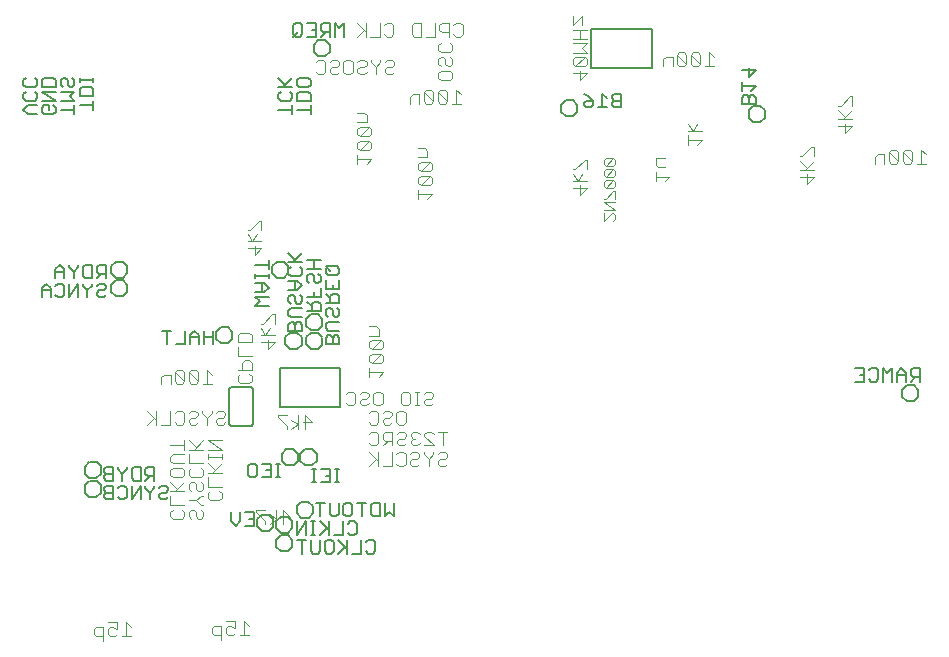
<source format=gbo>
G75*
%MOIN*%
%OFA0B0*%
%FSLAX24Y24*%
%IPPOS*%
%LPD*%
%AMOC8*
5,1,8,0,0,1.08239X$1,22.5*
%
%ADD10C,0.0040*%
%ADD11C,0.0050*%
%ADD12C,0.0060*%
%ADD13C,0.0030*%
D10*
X006915Y001859D02*
X006992Y001783D01*
X007222Y001783D01*
X007222Y001629D02*
X007222Y002089D01*
X006992Y002089D01*
X006915Y002013D01*
X006915Y001859D01*
X007375Y001859D02*
X007375Y002013D01*
X007452Y002089D01*
X007529Y002089D01*
X007682Y002013D01*
X007682Y002243D01*
X007375Y002243D01*
X007375Y001859D02*
X007452Y001783D01*
X007605Y001783D01*
X007682Y001859D01*
X007836Y001783D02*
X008143Y001783D01*
X007989Y001783D02*
X007989Y002243D01*
X008143Y002089D01*
X010846Y002050D02*
X010846Y001897D01*
X010923Y001820D01*
X011153Y001820D01*
X011153Y001667D02*
X011153Y002127D01*
X010923Y002127D01*
X010846Y002050D01*
X011306Y002050D02*
X011383Y002127D01*
X011460Y002127D01*
X011613Y002050D01*
X011613Y002280D01*
X011306Y002280D01*
X011306Y002050D02*
X011306Y001897D01*
X011383Y001820D01*
X011537Y001820D01*
X011613Y001897D01*
X011767Y001820D02*
X012074Y001820D01*
X011920Y001820D02*
X011920Y002280D01*
X012074Y002127D01*
X012611Y005533D02*
X012611Y005609D01*
X012304Y005916D01*
X012304Y005993D01*
X012611Y005993D01*
X012764Y005839D02*
X012995Y005686D01*
X012764Y005533D01*
X012995Y005533D02*
X012995Y005993D01*
X013225Y005993D02*
X013455Y005763D01*
X013148Y005763D01*
X013225Y005533D02*
X013225Y005993D01*
X011168Y006386D02*
X011091Y006309D01*
X010784Y006309D01*
X010708Y006386D01*
X010708Y006539D01*
X010784Y006616D01*
X010708Y006769D02*
X010708Y007076D01*
X010708Y007230D02*
X011168Y007230D01*
X010938Y007307D02*
X010708Y007537D01*
X010708Y007690D02*
X010708Y007844D01*
X010708Y007767D02*
X011168Y007767D01*
X011168Y007690D02*
X011168Y007844D01*
X011168Y007997D02*
X010708Y008304D01*
X011168Y008304D01*
X011168Y007997D02*
X010708Y007997D01*
X010543Y007997D02*
X010083Y007997D01*
X010236Y007997D02*
X010543Y008304D01*
X010313Y008074D02*
X010083Y008304D01*
X009918Y008304D02*
X009918Y007997D01*
X009918Y007844D02*
X009534Y007844D01*
X009458Y007767D01*
X009458Y007613D01*
X009534Y007537D01*
X009918Y007537D01*
X010083Y007537D02*
X010083Y007844D01*
X010083Y007537D02*
X010543Y007537D01*
X010466Y007383D02*
X010543Y007307D01*
X010543Y007153D01*
X010466Y007076D01*
X010159Y007076D01*
X010083Y007153D01*
X010083Y007307D01*
X010159Y007383D01*
X009918Y007307D02*
X009918Y007153D01*
X009841Y007076D01*
X009534Y007076D01*
X009458Y007153D01*
X009458Y007307D01*
X009534Y007383D01*
X009841Y007383D01*
X009918Y007307D01*
X009918Y006923D02*
X009611Y006616D01*
X009688Y006693D02*
X009458Y006923D01*
X009458Y006616D02*
X009918Y006616D01*
X010083Y006693D02*
X010083Y006846D01*
X010159Y006923D01*
X010236Y006923D01*
X010313Y006846D01*
X010313Y006693D01*
X010389Y006616D01*
X010466Y006616D01*
X010543Y006693D01*
X010543Y006846D01*
X010466Y006923D01*
X010708Y006769D02*
X011168Y006769D01*
X011091Y006616D02*
X011168Y006539D01*
X011168Y006386D01*
X010543Y006462D02*
X010466Y006462D01*
X010313Y006309D01*
X010083Y006309D01*
X009918Y006156D02*
X009458Y006156D01*
X009458Y006462D01*
X009534Y006002D02*
X009458Y005925D01*
X009458Y005772D01*
X009534Y005695D01*
X009841Y005695D01*
X009918Y005772D01*
X009918Y005925D01*
X009841Y006002D01*
X010083Y005925D02*
X010083Y005772D01*
X010159Y005695D01*
X010313Y005772D02*
X010313Y005925D01*
X010236Y006002D01*
X010159Y006002D01*
X010083Y005925D01*
X010313Y005772D02*
X010389Y005695D01*
X010466Y005695D01*
X010543Y005772D01*
X010543Y005925D01*
X010466Y006002D01*
X010466Y006156D02*
X010313Y006309D01*
X010466Y006156D02*
X010543Y006156D01*
X010159Y006616D02*
X010083Y006693D01*
X010861Y007230D02*
X011168Y007537D01*
X009918Y008151D02*
X009458Y008151D01*
X009451Y008833D02*
X009144Y008833D01*
X008991Y008833D02*
X008991Y009293D01*
X008914Y009063D02*
X008684Y008833D01*
X008991Y008986D02*
X008684Y009293D01*
X009451Y009293D02*
X009451Y008833D01*
X009604Y008909D02*
X009681Y008833D01*
X009835Y008833D01*
X009911Y008909D01*
X009911Y009216D01*
X009835Y009293D01*
X009681Y009293D01*
X009604Y009216D01*
X010065Y009216D02*
X010142Y009293D01*
X010295Y009293D01*
X010372Y009216D01*
X010372Y009139D01*
X010295Y009063D01*
X010142Y009063D01*
X010065Y008986D01*
X010065Y008909D01*
X010142Y008833D01*
X010295Y008833D01*
X010372Y008909D01*
X010679Y008833D02*
X010679Y009063D01*
X010525Y009216D01*
X010525Y009293D01*
X010679Y009063D02*
X010832Y009216D01*
X010832Y009293D01*
X010986Y009216D02*
X011062Y009293D01*
X011216Y009293D01*
X011293Y009216D01*
X011293Y009139D01*
X011216Y009063D01*
X011062Y009063D01*
X010986Y008986D01*
X010986Y008909D01*
X011062Y008833D01*
X011216Y008833D01*
X011293Y008909D01*
X013033Y009079D02*
X013340Y008772D01*
X013340Y008695D01*
X013494Y008695D02*
X013724Y008848D01*
X013494Y009002D01*
X013340Y009155D02*
X013033Y009155D01*
X013033Y009079D01*
X013724Y009155D02*
X013724Y008695D01*
X013954Y008695D02*
X013954Y009155D01*
X014184Y008925D01*
X013878Y008925D01*
X015302Y009550D02*
X015379Y009473D01*
X015533Y009473D01*
X015609Y009550D01*
X015609Y009857D01*
X015533Y009933D01*
X015379Y009933D01*
X015302Y009857D01*
X015763Y009857D02*
X015839Y009933D01*
X015993Y009933D01*
X016070Y009857D01*
X016070Y009780D01*
X015993Y009703D01*
X015839Y009703D01*
X015763Y009626D01*
X015763Y009550D01*
X015839Y009473D01*
X015993Y009473D01*
X016070Y009550D01*
X016223Y009550D02*
X016223Y009857D01*
X016300Y009933D01*
X016453Y009933D01*
X016530Y009857D01*
X016530Y009550D01*
X016453Y009473D01*
X016300Y009473D01*
X016223Y009550D01*
X016148Y009293D02*
X016301Y009293D01*
X016378Y009216D01*
X016378Y008909D01*
X016301Y008833D01*
X016148Y008833D01*
X016071Y008909D01*
X016160Y008599D02*
X016314Y008599D01*
X016390Y008522D01*
X016390Y008215D01*
X016314Y008138D01*
X016160Y008138D01*
X016083Y008215D01*
X016071Y007918D02*
X016378Y007611D01*
X016301Y007688D02*
X016071Y007458D01*
X016378Y007458D02*
X016378Y007918D01*
X016544Y008138D02*
X016697Y008292D01*
X016621Y008292D02*
X016851Y008292D01*
X017004Y008292D02*
X017004Y008215D01*
X017081Y008138D01*
X017234Y008138D01*
X017311Y008215D01*
X017465Y008215D02*
X017465Y008292D01*
X017541Y008368D01*
X017618Y008368D01*
X017541Y008368D02*
X017465Y008445D01*
X017465Y008522D01*
X017541Y008599D01*
X017695Y008599D01*
X017772Y008522D01*
X017925Y008522D02*
X017925Y008445D01*
X018232Y008138D01*
X017925Y008138D01*
X017772Y008215D02*
X017695Y008138D01*
X017541Y008138D01*
X017465Y008215D01*
X017311Y008445D02*
X017234Y008368D01*
X017081Y008368D01*
X017004Y008292D01*
X016851Y008138D02*
X016851Y008599D01*
X016621Y008599D01*
X016544Y008522D01*
X016544Y008368D01*
X016621Y008292D01*
X017004Y008522D02*
X017081Y008599D01*
X017234Y008599D01*
X017311Y008522D01*
X017311Y008445D01*
X017222Y008833D02*
X017068Y008833D01*
X016992Y008909D01*
X016992Y009216D01*
X017068Y009293D01*
X017222Y009293D01*
X017299Y009216D01*
X017299Y008909D01*
X017222Y008833D01*
X016838Y008909D02*
X016762Y008833D01*
X016608Y008833D01*
X016531Y008909D01*
X016531Y008986D01*
X016608Y009063D01*
X016762Y009063D01*
X016838Y009139D01*
X016838Y009216D01*
X016762Y009293D01*
X016608Y009293D01*
X016531Y009216D01*
X016148Y009293D02*
X016071Y009216D01*
X016160Y008599D02*
X016083Y008522D01*
X016838Y007918D02*
X016838Y007458D01*
X016531Y007458D01*
X016992Y007534D02*
X017068Y007458D01*
X017222Y007458D01*
X017299Y007534D01*
X017299Y007841D01*
X017222Y007918D01*
X017068Y007918D01*
X016992Y007841D01*
X017452Y007841D02*
X017529Y007918D01*
X017682Y007918D01*
X017759Y007841D01*
X017759Y007764D01*
X017682Y007688D01*
X017529Y007688D01*
X017452Y007611D01*
X017452Y007534D01*
X017529Y007458D01*
X017682Y007458D01*
X017759Y007534D01*
X018066Y007458D02*
X018066Y007688D01*
X017913Y007841D01*
X017913Y007918D01*
X018066Y007688D02*
X018219Y007841D01*
X018219Y007918D01*
X018373Y007841D02*
X018450Y007918D01*
X018603Y007918D01*
X018680Y007841D01*
X018680Y007764D01*
X018603Y007688D01*
X018450Y007688D01*
X018373Y007611D01*
X018373Y007534D01*
X018450Y007458D01*
X018603Y007458D01*
X018680Y007534D01*
X018539Y008138D02*
X018539Y008599D01*
X018692Y008599D02*
X018385Y008599D01*
X018232Y008522D02*
X018155Y008599D01*
X018002Y008599D01*
X017925Y008522D01*
X017988Y009473D02*
X018141Y009473D01*
X018218Y009550D01*
X018141Y009703D02*
X017988Y009703D01*
X017911Y009626D01*
X017911Y009550D01*
X017988Y009473D01*
X017758Y009473D02*
X017604Y009473D01*
X017681Y009473D02*
X017681Y009933D01*
X017758Y009933D02*
X017604Y009933D01*
X017451Y009857D02*
X017451Y009550D01*
X017374Y009473D01*
X017221Y009473D01*
X017144Y009550D01*
X017144Y009857D01*
X017221Y009933D01*
X017374Y009933D01*
X017451Y009857D01*
X017911Y009857D02*
X017988Y009933D01*
X018141Y009933D01*
X018218Y009857D01*
X018218Y009780D01*
X018141Y009703D01*
X016555Y010573D02*
X016095Y010573D01*
X016095Y010420D02*
X016095Y010727D01*
X016172Y010880D02*
X016479Y011187D01*
X016172Y011187D01*
X016095Y011111D01*
X016095Y010957D01*
X016172Y010880D01*
X016479Y010880D01*
X016555Y010957D01*
X016555Y011111D01*
X016479Y011187D01*
X016479Y011341D02*
X016172Y011341D01*
X016479Y011648D01*
X016172Y011648D01*
X016095Y011571D01*
X016095Y011418D01*
X016172Y011341D01*
X016479Y011341D02*
X016555Y011418D01*
X016555Y011571D01*
X016479Y011648D01*
X016402Y011801D02*
X016095Y011801D01*
X016402Y011801D02*
X016402Y012031D01*
X016325Y012108D01*
X016095Y012108D01*
X016555Y010573D02*
X016402Y010420D01*
X012930Y011588D02*
X012700Y011358D01*
X012700Y011664D01*
X012623Y011818D02*
X012777Y012048D01*
X012930Y012202D02*
X012930Y012508D01*
X012854Y012508D01*
X012547Y012202D01*
X012470Y012202D01*
X012470Y012048D02*
X012623Y011818D01*
X012470Y011818D02*
X012930Y011818D01*
X012930Y011588D02*
X012470Y011588D01*
X012168Y011589D02*
X012168Y011819D01*
X012091Y011896D01*
X011784Y011896D01*
X011708Y011819D01*
X011708Y011589D01*
X012168Y011589D01*
X011708Y011435D02*
X011708Y011128D01*
X012168Y011128D01*
X012091Y010975D02*
X011938Y010975D01*
X011861Y010898D01*
X011861Y010668D01*
X011708Y010668D02*
X012168Y010668D01*
X012168Y010898D01*
X012091Y010975D01*
X012091Y010514D02*
X012168Y010438D01*
X012168Y010284D01*
X012091Y010208D01*
X011784Y010208D01*
X011708Y010284D01*
X011708Y010438D01*
X011784Y010514D01*
X010847Y010502D02*
X010693Y010655D01*
X010693Y010195D01*
X010540Y010195D02*
X010847Y010195D01*
X010386Y010272D02*
X010079Y010579D01*
X010079Y010272D01*
X010156Y010195D01*
X010309Y010195D01*
X010386Y010272D01*
X010386Y010579D01*
X010309Y010655D01*
X010156Y010655D01*
X010079Y010579D01*
X009926Y010579D02*
X009849Y010655D01*
X009696Y010655D01*
X009619Y010579D01*
X009926Y010272D01*
X009849Y010195D01*
X009696Y010195D01*
X009619Y010272D01*
X009619Y010579D01*
X009465Y010502D02*
X009235Y010502D01*
X009158Y010425D01*
X009158Y010195D01*
X009465Y010195D02*
X009465Y010502D01*
X009926Y010579D02*
X009926Y010272D01*
X012263Y014483D02*
X012263Y014789D01*
X012186Y014943D02*
X012339Y015173D01*
X012493Y015327D02*
X012493Y015633D01*
X012416Y015633D01*
X012109Y015327D01*
X012033Y015327D01*
X012033Y015173D02*
X012186Y014943D01*
X012033Y014943D02*
X012493Y014943D01*
X012493Y014713D02*
X012033Y014713D01*
X012263Y014483D02*
X012493Y014713D01*
X015695Y017528D02*
X015695Y017835D01*
X015695Y017682D02*
X016155Y017682D01*
X016002Y017528D01*
X016079Y017989D02*
X015772Y017989D01*
X016079Y018296D01*
X015772Y018296D01*
X015695Y018219D01*
X015695Y018066D01*
X015772Y017989D01*
X016079Y017989D02*
X016155Y018066D01*
X016155Y018219D01*
X016079Y018296D01*
X016079Y018449D02*
X015772Y018449D01*
X016079Y018756D01*
X015772Y018756D01*
X015695Y018679D01*
X015695Y018526D01*
X015772Y018449D01*
X016079Y018449D02*
X016155Y018526D01*
X016155Y018679D01*
X016079Y018756D01*
X016002Y018910D02*
X015695Y018910D01*
X015695Y019217D02*
X015925Y019217D01*
X016002Y019140D01*
X016002Y018910D01*
X017454Y019533D02*
X017454Y019763D01*
X017531Y019839D01*
X017761Y019839D01*
X017761Y019533D01*
X017915Y019609D02*
X017915Y019916D01*
X018222Y019609D01*
X018145Y019533D01*
X017992Y019533D01*
X017915Y019609D01*
X018222Y019609D02*
X018222Y019916D01*
X018145Y019993D01*
X017992Y019993D01*
X017915Y019916D01*
X018375Y019916D02*
X018375Y019609D01*
X018452Y019533D01*
X018605Y019533D01*
X018682Y019609D01*
X018375Y019916D01*
X018452Y019993D01*
X018605Y019993D01*
X018682Y019916D01*
X018682Y019609D01*
X018836Y019533D02*
X019143Y019533D01*
X018989Y019533D02*
X018989Y019993D01*
X019143Y019839D01*
X018779Y020326D02*
X018472Y020326D01*
X018395Y020403D01*
X018395Y020557D01*
X018472Y020633D01*
X018779Y020633D01*
X018855Y020557D01*
X018855Y020403D01*
X018779Y020326D01*
X018779Y020787D02*
X018702Y020787D01*
X018625Y020863D01*
X018625Y021017D01*
X018548Y021094D01*
X018472Y021094D01*
X018395Y021017D01*
X018395Y020863D01*
X018472Y020787D01*
X018779Y020787D02*
X018855Y020863D01*
X018855Y021017D01*
X018779Y021094D01*
X018779Y021247D02*
X018472Y021247D01*
X018395Y021324D01*
X018395Y021477D01*
X018472Y021554D01*
X018276Y021770D02*
X017969Y021770D01*
X017815Y021770D02*
X017585Y021770D01*
X017508Y021847D01*
X017508Y022154D01*
X017585Y022230D01*
X017815Y022230D01*
X017815Y021770D01*
X018276Y021770D02*
X018276Y022230D01*
X018429Y022154D02*
X018429Y022000D01*
X018506Y021923D01*
X018736Y021923D01*
X018736Y021770D02*
X018736Y022230D01*
X018506Y022230D01*
X018429Y022154D01*
X018890Y022154D02*
X018966Y022230D01*
X019120Y022230D01*
X019197Y022154D01*
X019197Y021847D01*
X019120Y021770D01*
X018966Y021770D01*
X018890Y021847D01*
X018779Y021554D02*
X018855Y021477D01*
X018855Y021324D01*
X018779Y021247D01*
X016918Y020904D02*
X016918Y020827D01*
X016841Y020750D01*
X016687Y020750D01*
X016611Y020673D01*
X016611Y020597D01*
X016687Y020520D01*
X016841Y020520D01*
X016918Y020597D01*
X016918Y020904D02*
X016841Y020980D01*
X016687Y020980D01*
X016611Y020904D01*
X016457Y020904D02*
X016304Y020750D01*
X016304Y020520D01*
X016304Y020750D02*
X016150Y020904D01*
X016150Y020980D01*
X015997Y020904D02*
X015997Y020827D01*
X015920Y020750D01*
X015767Y020750D01*
X015690Y020673D01*
X015690Y020597D01*
X015767Y020520D01*
X015920Y020520D01*
X015997Y020597D01*
X015997Y020904D02*
X015920Y020980D01*
X015767Y020980D01*
X015690Y020904D01*
X015536Y020904D02*
X015536Y020597D01*
X015460Y020520D01*
X015306Y020520D01*
X015229Y020597D01*
X015229Y020904D01*
X015306Y020980D01*
X015460Y020980D01*
X015536Y020904D01*
X015076Y020904D02*
X014999Y020980D01*
X014846Y020980D01*
X014769Y020904D01*
X014616Y020904D02*
X014616Y020597D01*
X014539Y020520D01*
X014385Y020520D01*
X014309Y020597D01*
X014309Y020904D02*
X014385Y020980D01*
X014539Y020980D01*
X014616Y020904D01*
X014846Y020750D02*
X014769Y020673D01*
X014769Y020597D01*
X014846Y020520D01*
X014999Y020520D01*
X015076Y020597D01*
X014999Y020750D02*
X014846Y020750D01*
X014999Y020750D02*
X015076Y020827D01*
X015076Y020904D01*
X015667Y021770D02*
X015897Y022000D01*
X015974Y021923D02*
X015667Y022230D01*
X015974Y022230D02*
X015974Y021770D01*
X016127Y021770D02*
X016434Y021770D01*
X016434Y022230D01*
X016588Y022154D02*
X016664Y022230D01*
X016818Y022230D01*
X016895Y022154D01*
X016895Y021847D01*
X016818Y021770D01*
X016664Y021770D01*
X016588Y021847D01*
X016457Y020980D02*
X016457Y020904D01*
X017720Y018046D02*
X017950Y018046D01*
X018027Y017969D01*
X018027Y017739D01*
X017720Y017739D01*
X017797Y017585D02*
X017720Y017508D01*
X017720Y017355D01*
X017797Y017278D01*
X018104Y017585D01*
X017797Y017585D01*
X018104Y017585D02*
X018180Y017508D01*
X018180Y017355D01*
X018104Y017278D01*
X017797Y017278D01*
X017797Y017125D02*
X017720Y017048D01*
X017720Y016895D01*
X017797Y016818D01*
X018104Y017125D01*
X017797Y017125D01*
X018104Y017125D02*
X018180Y017048D01*
X018180Y016895D01*
X018104Y016818D01*
X017797Y016818D01*
X017720Y016664D02*
X017720Y016358D01*
X017720Y016511D02*
X018180Y016511D01*
X018027Y016358D01*
X022883Y016733D02*
X023343Y016733D01*
X023113Y016503D01*
X023113Y016810D01*
X023036Y016963D02*
X023189Y017194D01*
X023343Y017347D02*
X023343Y017654D01*
X023266Y017654D01*
X022959Y017347D01*
X022883Y017347D01*
X022883Y017194D02*
X023036Y016963D01*
X022883Y016963D02*
X023343Y016963D01*
X025633Y016949D02*
X025633Y017256D01*
X025633Y017103D02*
X026093Y017103D01*
X025939Y016949D01*
X025939Y017410D02*
X025709Y017410D01*
X025633Y017486D01*
X025633Y017717D01*
X025939Y017717D01*
X026720Y018170D02*
X026720Y018477D01*
X026720Y018630D02*
X027180Y018630D01*
X027027Y018861D02*
X026873Y018630D01*
X026720Y018861D01*
X026720Y018323D02*
X027180Y018323D01*
X027027Y018170D01*
X030445Y017785D02*
X030522Y017785D01*
X030829Y018092D01*
X030905Y018092D01*
X030905Y017785D01*
X030905Y017631D02*
X030598Y017324D01*
X030675Y017401D02*
X030445Y017631D01*
X030445Y017324D02*
X030905Y017324D01*
X030905Y017094D02*
X030445Y017094D01*
X030675Y017171D02*
X030675Y016864D01*
X030905Y017094D01*
X032954Y017533D02*
X032954Y017763D01*
X033031Y017839D01*
X033261Y017839D01*
X033261Y017533D01*
X033415Y017609D02*
X033492Y017533D01*
X033645Y017533D01*
X033722Y017609D01*
X033415Y017916D01*
X033415Y017609D01*
X033722Y017609D02*
X033722Y017916D01*
X033645Y017993D01*
X033492Y017993D01*
X033415Y017916D01*
X033875Y017916D02*
X034182Y017609D01*
X034105Y017533D01*
X033952Y017533D01*
X033875Y017609D01*
X033875Y017916D01*
X033952Y017993D01*
X034105Y017993D01*
X034182Y017916D01*
X034182Y017609D01*
X034336Y017533D02*
X034643Y017533D01*
X034489Y017533D02*
X034489Y017993D01*
X034643Y017839D01*
X032180Y018775D02*
X031950Y018545D01*
X031950Y018852D01*
X031873Y019005D02*
X032180Y019312D01*
X032180Y019466D02*
X032180Y019773D01*
X032104Y019773D01*
X031797Y019466D01*
X031720Y019466D01*
X031720Y019312D02*
X031950Y019082D01*
X032180Y019005D02*
X031720Y019005D01*
X031720Y018775D02*
X032180Y018775D01*
X027580Y020783D02*
X027273Y020783D01*
X027427Y020783D02*
X027427Y021243D01*
X027580Y021089D01*
X027120Y021166D02*
X027120Y020859D01*
X026813Y021166D01*
X026813Y020859D01*
X026889Y020783D01*
X027043Y020783D01*
X027120Y020859D01*
X027120Y021166D02*
X027043Y021243D01*
X026889Y021243D01*
X026813Y021166D01*
X026659Y021166D02*
X026582Y021243D01*
X026429Y021243D01*
X026352Y021166D01*
X026659Y020859D01*
X026582Y020783D01*
X026429Y020783D01*
X026352Y020859D01*
X026352Y021166D01*
X026199Y021089D02*
X025969Y021089D01*
X025892Y021013D01*
X025892Y020783D01*
X026199Y020783D02*
X026199Y021089D01*
X026659Y021166D02*
X026659Y020859D01*
X023340Y020851D02*
X023340Y021004D01*
X023263Y021081D01*
X022956Y020774D01*
X022880Y020851D01*
X022880Y021004D01*
X022956Y021081D01*
X023263Y021081D01*
X023340Y021235D02*
X022880Y021235D01*
X022880Y021542D02*
X023340Y021542D01*
X023186Y021388D01*
X023340Y021235D01*
X023340Y020851D02*
X023263Y020774D01*
X022956Y020774D01*
X023110Y020621D02*
X023110Y020314D01*
X023340Y020544D01*
X022880Y020544D01*
X022880Y021695D02*
X023340Y021695D01*
X023110Y021695D02*
X023110Y022002D01*
X023186Y022155D02*
X023186Y022462D01*
X022880Y022155D01*
X022880Y022462D01*
X022880Y022002D02*
X023340Y022002D01*
D11*
X023496Y022025D02*
X023496Y020706D01*
X025524Y020706D01*
X025524Y022025D01*
X023496Y022025D01*
X023243Y019855D02*
X023393Y019780D01*
X023543Y019630D01*
X023318Y019630D01*
X023243Y019555D01*
X023243Y019480D01*
X023318Y019405D01*
X023468Y019405D01*
X023543Y019480D01*
X023543Y019630D01*
X023703Y019405D02*
X024003Y019405D01*
X023853Y019405D02*
X023853Y019855D01*
X024003Y019705D01*
X024163Y019705D02*
X024163Y019780D01*
X024238Y019855D01*
X024464Y019855D01*
X024464Y019405D01*
X024238Y019405D01*
X024163Y019480D01*
X024163Y019555D01*
X024238Y019630D01*
X024464Y019630D01*
X024238Y019630D02*
X024163Y019705D01*
X028520Y019733D02*
X028520Y019508D01*
X028970Y019508D01*
X028970Y019733D01*
X028895Y019808D01*
X028820Y019808D01*
X028745Y019733D01*
X028745Y019508D01*
X028745Y019733D02*
X028670Y019808D01*
X028595Y019808D01*
X028520Y019733D01*
X028520Y019968D02*
X028520Y020268D01*
X028520Y020118D02*
X028970Y020118D01*
X028820Y019968D01*
X028745Y020428D02*
X028745Y020729D01*
X028520Y020653D02*
X028970Y020653D01*
X028745Y020428D01*
X015243Y021770D02*
X015243Y022220D01*
X015092Y022070D01*
X014942Y022220D01*
X014942Y021770D01*
X014782Y021770D02*
X014782Y022220D01*
X014557Y022220D01*
X014482Y022145D01*
X014482Y021995D01*
X014557Y021920D01*
X014782Y021920D01*
X014632Y021920D02*
X014482Y021770D01*
X014322Y021770D02*
X014021Y021770D01*
X013861Y021845D02*
X013786Y021770D01*
X013636Y021770D01*
X013561Y021845D01*
X013561Y022145D01*
X013636Y022220D01*
X013786Y022220D01*
X013861Y022145D01*
X013861Y021845D01*
X013711Y021920D02*
X013561Y021770D01*
X014021Y022220D02*
X014322Y022220D01*
X014322Y021770D01*
X014322Y021995D02*
X014172Y021995D01*
X014058Y020395D02*
X014133Y020320D01*
X014133Y020170D01*
X014058Y020095D01*
X013758Y020095D01*
X013683Y020170D01*
X013683Y020320D01*
X013758Y020395D01*
X014058Y020395D01*
X013508Y020395D02*
X013208Y020095D01*
X013283Y020170D02*
X013058Y020395D01*
X013058Y020095D02*
X013508Y020095D01*
X013433Y019934D02*
X013508Y019859D01*
X013508Y019709D01*
X013433Y019634D01*
X013133Y019634D01*
X013058Y019709D01*
X013058Y019859D01*
X013133Y019934D01*
X013683Y019859D02*
X013683Y019634D01*
X014133Y019634D01*
X014133Y019859D01*
X014058Y019934D01*
X013758Y019934D01*
X013683Y019859D01*
X013508Y019474D02*
X013508Y019174D01*
X013508Y019324D02*
X013058Y019324D01*
X013683Y019324D02*
X014133Y019324D01*
X014133Y019174D02*
X014133Y019474D01*
X006883Y019477D02*
X006433Y019477D01*
X006258Y019474D02*
X006258Y019174D01*
X006258Y019324D02*
X005808Y019324D01*
X005633Y019399D02*
X005633Y019249D01*
X005558Y019174D01*
X005258Y019174D01*
X005183Y019249D01*
X005183Y019399D01*
X005258Y019474D01*
X005408Y019474D01*
X005408Y019324D01*
X005558Y019474D02*
X005633Y019399D01*
X005633Y019634D02*
X005183Y019934D01*
X005633Y019934D01*
X005633Y020095D02*
X005633Y020320D01*
X005558Y020395D01*
X005258Y020395D01*
X005183Y020320D01*
X005183Y020095D01*
X005633Y020095D01*
X005808Y020170D02*
X005883Y020095D01*
X005808Y020170D02*
X005808Y020320D01*
X005883Y020395D01*
X005958Y020395D01*
X006033Y020320D01*
X006033Y020170D01*
X006108Y020095D01*
X006183Y020095D01*
X006258Y020170D01*
X006258Y020320D01*
X006183Y020395D01*
X006433Y020398D02*
X006433Y020248D01*
X006433Y020323D02*
X006883Y020323D01*
X006883Y020248D02*
X006883Y020398D01*
X006808Y020088D02*
X006508Y020088D01*
X006433Y020013D01*
X006433Y019788D01*
X006883Y019788D01*
X006883Y020013D01*
X006808Y020088D01*
X006883Y019628D02*
X006883Y019327D01*
X006258Y019634D02*
X006108Y019784D01*
X006258Y019934D01*
X005808Y019934D01*
X005808Y019634D02*
X006258Y019634D01*
X005633Y019634D02*
X005183Y019634D01*
X005008Y019709D02*
X004933Y019634D01*
X004633Y019634D01*
X004558Y019709D01*
X004558Y019859D01*
X004633Y019934D01*
X004633Y020095D02*
X004558Y020170D01*
X004558Y020320D01*
X004633Y020395D01*
X004933Y020395D02*
X005008Y020320D01*
X005008Y020170D01*
X004933Y020095D01*
X004633Y020095D01*
X004933Y019934D02*
X005008Y019859D01*
X005008Y019709D01*
X005008Y019474D02*
X004708Y019474D01*
X004558Y019324D01*
X004708Y019174D01*
X005008Y019174D01*
X005774Y014158D02*
X005624Y014008D01*
X005624Y013708D01*
X005699Y013533D02*
X005849Y013533D01*
X005924Y013458D01*
X005924Y013158D01*
X005849Y013083D01*
X005699Y013083D01*
X005624Y013158D01*
X005463Y013083D02*
X005463Y013383D01*
X005313Y013533D01*
X005163Y013383D01*
X005163Y013083D01*
X005163Y013308D02*
X005463Y013308D01*
X005624Y013458D02*
X005699Y013533D01*
X005924Y013708D02*
X005924Y014008D01*
X005774Y014158D01*
X005924Y013933D02*
X005624Y013933D01*
X006084Y014083D02*
X006084Y014158D01*
X006084Y014083D02*
X006234Y013933D01*
X006234Y013708D01*
X006234Y013933D02*
X006384Y014083D01*
X006384Y014158D01*
X006544Y014083D02*
X006619Y014158D01*
X006845Y014158D01*
X006845Y013708D01*
X006619Y013708D01*
X006544Y013783D01*
X006544Y014083D01*
X007005Y014083D02*
X007005Y013933D01*
X007080Y013858D01*
X007305Y013858D01*
X007155Y013858D02*
X007005Y013708D01*
X007080Y013533D02*
X007005Y013458D01*
X007080Y013533D02*
X007230Y013533D01*
X007305Y013458D01*
X007305Y013383D01*
X007230Y013308D01*
X007080Y013308D01*
X007005Y013233D01*
X007005Y013158D01*
X007080Y013083D01*
X007230Y013083D01*
X007305Y013158D01*
X006845Y013458D02*
X006694Y013308D01*
X006694Y013083D01*
X006694Y013308D02*
X006544Y013458D01*
X006544Y013533D01*
X006384Y013533D02*
X006084Y013083D01*
X006084Y013533D01*
X006384Y013533D02*
X006384Y013083D01*
X006845Y013458D02*
X006845Y013533D01*
X007305Y013708D02*
X007305Y014158D01*
X007080Y014158D01*
X007005Y014083D01*
X009186Y011970D02*
X009486Y011970D01*
X009336Y011970D02*
X009336Y011520D01*
X009646Y011520D02*
X009947Y011520D01*
X009947Y011970D01*
X010107Y011820D02*
X010107Y011520D01*
X010107Y011745D02*
X010407Y011745D01*
X010407Y011820D02*
X010407Y011520D01*
X010567Y011520D02*
X010567Y011970D01*
X010407Y011820D02*
X010257Y011970D01*
X010107Y011820D01*
X010567Y011745D02*
X010868Y011745D01*
X010868Y011520D02*
X010868Y011970D01*
X012280Y012792D02*
X012430Y012942D01*
X012280Y013092D01*
X012730Y013092D01*
X012580Y013252D02*
X012730Y013402D01*
X012580Y013553D01*
X012280Y013553D01*
X012280Y013713D02*
X012280Y013863D01*
X012280Y013788D02*
X012730Y013788D01*
X012730Y013713D02*
X012730Y013863D01*
X012730Y014020D02*
X012730Y014320D01*
X012730Y014170D02*
X012280Y014170D01*
X012505Y013553D02*
X012505Y013252D01*
X012580Y013252D02*
X012280Y013252D01*
X012280Y012792D02*
X012730Y012792D01*
X013395Y012941D02*
X013470Y012866D01*
X013395Y012941D02*
X013395Y013091D01*
X013470Y013166D01*
X013545Y013166D01*
X013620Y013091D01*
X013620Y012941D01*
X013695Y012866D01*
X013770Y012866D01*
X013845Y012941D01*
X013845Y013091D01*
X013770Y013166D01*
X013695Y013326D02*
X013845Y013476D01*
X013695Y013626D01*
X013395Y013626D01*
X013470Y013787D02*
X013395Y013862D01*
X013395Y014012D01*
X013470Y014087D01*
X013395Y014247D02*
X013845Y014247D01*
X013770Y014087D02*
X013845Y014012D01*
X013845Y013862D01*
X013770Y013787D01*
X013470Y013787D01*
X013620Y013626D02*
X013620Y013326D01*
X013695Y013326D02*
X013395Y013326D01*
X014020Y013093D02*
X014470Y013093D01*
X014470Y013393D01*
X014395Y013553D02*
X014320Y013553D01*
X014245Y013628D01*
X014245Y013778D01*
X014170Y013854D01*
X014095Y013854D01*
X014020Y013778D01*
X014020Y013628D01*
X014095Y013553D01*
X014395Y013553D02*
X014470Y013628D01*
X014470Y013778D01*
X014395Y013854D01*
X014470Y014014D02*
X014020Y014014D01*
X014245Y014014D02*
X014245Y014314D01*
X014470Y014314D02*
X014020Y014314D01*
X013845Y014547D02*
X013545Y014247D01*
X013620Y014322D02*
X013395Y014547D01*
X014645Y014110D02*
X014795Y013960D01*
X014720Y014110D02*
X014645Y014035D01*
X014645Y013885D01*
X014720Y013809D01*
X015020Y013809D01*
X015095Y013885D01*
X015095Y014035D01*
X015020Y014110D01*
X014720Y014110D01*
X014645Y013649D02*
X014645Y013349D01*
X015095Y013349D01*
X015095Y013649D01*
X014870Y013499D02*
X014870Y013349D01*
X014870Y013189D02*
X014795Y013114D01*
X014795Y012889D01*
X014795Y013039D02*
X014645Y013189D01*
X014870Y013189D02*
X015020Y013189D01*
X015095Y013114D01*
X015095Y012889D01*
X014645Y012889D01*
X014720Y012729D02*
X014645Y012653D01*
X014645Y012503D01*
X014720Y012428D01*
X014720Y012268D02*
X015095Y012268D01*
X015020Y012428D02*
X014945Y012428D01*
X014870Y012503D01*
X014870Y012653D01*
X014795Y012729D01*
X014720Y012729D01*
X014470Y012633D02*
X014470Y012858D01*
X014395Y012933D01*
X014245Y012933D01*
X014170Y012858D01*
X014170Y012633D01*
X014170Y012783D02*
X014020Y012933D01*
X014245Y013093D02*
X014245Y013243D01*
X013845Y012706D02*
X013470Y012706D01*
X013395Y012631D01*
X013395Y012480D01*
X013470Y012405D01*
X013845Y012405D01*
X013770Y012245D02*
X013695Y012245D01*
X013620Y012170D01*
X013620Y011945D01*
X013395Y011945D02*
X013395Y012170D01*
X013470Y012245D01*
X013545Y012245D01*
X013620Y012170D01*
X013770Y012245D02*
X013845Y012170D01*
X013845Y011945D01*
X013395Y011945D01*
X014020Y012633D02*
X014470Y012633D01*
X014720Y012268D02*
X014645Y012193D01*
X014645Y012043D01*
X014720Y011968D01*
X015095Y011968D01*
X015020Y011808D02*
X014945Y011808D01*
X014870Y011733D01*
X014870Y011508D01*
X014870Y011733D02*
X014795Y011808D01*
X014720Y011808D01*
X014645Y011733D01*
X014645Y011508D01*
X015095Y011508D01*
X015095Y011733D01*
X015020Y011808D01*
X015020Y012428D02*
X015095Y012503D01*
X015095Y012653D01*
X015020Y012729D01*
X015129Y010732D02*
X013101Y010732D01*
X013101Y009413D01*
X015129Y009413D01*
X015129Y010732D01*
X013118Y007533D02*
X012967Y007533D01*
X013042Y007533D02*
X013042Y007083D01*
X012967Y007083D02*
X013118Y007083D01*
X012811Y007083D02*
X012510Y007083D01*
X012350Y007158D02*
X012275Y007083D01*
X012125Y007083D01*
X012050Y007158D01*
X012050Y007458D01*
X012125Y007533D01*
X012275Y007533D01*
X012350Y007458D01*
X012350Y007158D01*
X012660Y007308D02*
X012811Y007308D01*
X012811Y007533D02*
X012510Y007533D01*
X012811Y007533D02*
X012811Y007083D01*
X014177Y006905D02*
X014327Y006905D01*
X014252Y006905D02*
X014252Y007355D01*
X014327Y007355D02*
X014177Y007355D01*
X014487Y007355D02*
X014787Y007355D01*
X014787Y006905D01*
X014487Y006905D01*
X014637Y007130D02*
X014787Y007130D01*
X014944Y006905D02*
X015094Y006905D01*
X015019Y006905D02*
X015019Y007355D01*
X015094Y007355D02*
X014944Y007355D01*
X015066Y006230D02*
X015066Y005855D01*
X014991Y005780D01*
X014841Y005780D01*
X014766Y005855D01*
X014766Y006230D01*
X014605Y006230D02*
X014305Y006230D01*
X014455Y006230D02*
X014455Y005780D01*
X014447Y005605D02*
X014748Y005305D01*
X014673Y005380D02*
X014447Y005155D01*
X014287Y005155D02*
X014137Y005155D01*
X014212Y005155D02*
X014212Y005605D01*
X014287Y005605D02*
X014137Y005605D01*
X013980Y005605D02*
X013680Y005155D01*
X013680Y005605D01*
X013980Y005605D02*
X013980Y005155D01*
X013980Y004980D02*
X013680Y004980D01*
X013830Y004980D02*
X013830Y004530D01*
X014141Y004605D02*
X014141Y004980D01*
X014441Y004980D02*
X014441Y004605D01*
X014366Y004530D01*
X014216Y004530D01*
X014141Y004605D01*
X014601Y004605D02*
X014601Y004905D01*
X014676Y004980D01*
X014826Y004980D01*
X014901Y004905D01*
X014901Y004605D01*
X014826Y004530D01*
X014676Y004530D01*
X014601Y004605D01*
X015061Y004530D02*
X015287Y004755D01*
X015362Y004680D02*
X015061Y004980D01*
X015208Y005155D02*
X014908Y005155D01*
X014748Y005155D02*
X014748Y005605D01*
X015208Y005605D02*
X015208Y005155D01*
X015368Y005230D02*
X015443Y005155D01*
X015593Y005155D01*
X015669Y005230D01*
X015669Y005530D01*
X015593Y005605D01*
X015443Y005605D01*
X015368Y005530D01*
X015301Y005780D02*
X015226Y005855D01*
X015226Y006155D01*
X015301Y006230D01*
X015451Y006230D01*
X015526Y006155D01*
X015526Y005855D01*
X015451Y005780D01*
X015301Y005780D01*
X015836Y005780D02*
X015836Y006230D01*
X015686Y006230D02*
X015987Y006230D01*
X016147Y006155D02*
X016222Y006230D01*
X016447Y006230D01*
X016447Y005780D01*
X016222Y005780D01*
X016147Y005855D01*
X016147Y006155D01*
X016607Y006230D02*
X016607Y005780D01*
X016757Y005930D01*
X016907Y005780D01*
X016907Y006230D01*
X016207Y004980D02*
X016282Y004905D01*
X016282Y004605D01*
X016207Y004530D01*
X016057Y004530D01*
X015982Y004605D01*
X015822Y004530D02*
X015522Y004530D01*
X015362Y004530D02*
X015362Y004980D01*
X015822Y004980D02*
X015822Y004530D01*
X015982Y004905D02*
X016057Y004980D01*
X016207Y004980D01*
X012243Y005458D02*
X011942Y005458D01*
X011782Y005608D02*
X011632Y005458D01*
X011482Y005608D01*
X011482Y005908D01*
X011782Y005908D02*
X011782Y005608D01*
X012092Y005683D02*
X012243Y005683D01*
X012243Y005908D02*
X012243Y005458D01*
X012243Y005908D02*
X011942Y005908D01*
X009384Y006418D02*
X009309Y006343D01*
X009159Y006343D01*
X009084Y006418D01*
X009084Y006493D01*
X009159Y006568D01*
X009309Y006568D01*
X009384Y006643D01*
X009384Y006718D01*
X009309Y006793D01*
X009159Y006793D01*
X009084Y006718D01*
X008924Y006718D02*
X008774Y006568D01*
X008774Y006343D01*
X008774Y006568D02*
X008624Y006718D01*
X008624Y006793D01*
X008464Y006793D02*
X008163Y006343D01*
X008163Y006793D01*
X008003Y006718D02*
X008003Y006418D01*
X007928Y006343D01*
X007778Y006343D01*
X007703Y006418D01*
X007543Y006343D02*
X007318Y006343D01*
X007243Y006418D01*
X007243Y006493D01*
X007318Y006568D01*
X007543Y006568D01*
X007703Y006718D02*
X007778Y006793D01*
X007928Y006793D01*
X008003Y006718D01*
X007853Y006968D02*
X007853Y007193D01*
X007703Y007343D01*
X007703Y007418D01*
X007543Y007418D02*
X007318Y007418D01*
X007243Y007343D01*
X007243Y007268D01*
X007318Y007193D01*
X007543Y007193D01*
X007543Y006968D02*
X007543Y007418D01*
X007318Y007193D02*
X007243Y007118D01*
X007243Y007043D01*
X007318Y006968D01*
X007543Y006968D01*
X007543Y006793D02*
X007318Y006793D01*
X007243Y006718D01*
X007243Y006643D01*
X007318Y006568D01*
X007543Y006343D02*
X007543Y006793D01*
X008163Y007043D02*
X008163Y007343D01*
X008238Y007418D01*
X008464Y007418D01*
X008464Y006968D01*
X008238Y006968D01*
X008163Y007043D01*
X008003Y007343D02*
X007853Y007193D01*
X008003Y007343D02*
X008003Y007418D01*
X008624Y007343D02*
X008624Y007193D01*
X008699Y007118D01*
X008924Y007118D01*
X008774Y007118D02*
X008624Y006968D01*
X008464Y006793D02*
X008464Y006343D01*
X008924Y006718D02*
X008924Y006793D01*
X008924Y006968D02*
X008924Y007418D01*
X008699Y007418D01*
X008624Y007343D01*
X032288Y010270D02*
X032588Y010270D01*
X032588Y010720D01*
X032288Y010720D01*
X032438Y010495D02*
X032588Y010495D01*
X032749Y010345D02*
X032824Y010270D01*
X032974Y010270D01*
X033049Y010345D01*
X033049Y010645D01*
X032974Y010720D01*
X032824Y010720D01*
X032749Y010645D01*
X033209Y010720D02*
X033359Y010570D01*
X033509Y010720D01*
X033509Y010270D01*
X033669Y010270D02*
X033669Y010570D01*
X033819Y010720D01*
X033970Y010570D01*
X033970Y010270D01*
X034130Y010270D02*
X034280Y010420D01*
X034205Y010420D02*
X034430Y010420D01*
X034430Y010270D02*
X034430Y010720D01*
X034205Y010720D01*
X034130Y010645D01*
X034130Y010495D01*
X034205Y010420D01*
X033970Y010495D02*
X033669Y010495D01*
X033209Y010720D02*
X033209Y010270D01*
D12*
X033855Y009994D02*
X033855Y009756D01*
X034006Y009605D01*
X034254Y009605D01*
X034395Y009746D01*
X034395Y009984D01*
X034395Y009994D02*
X034244Y010145D01*
X034006Y010145D01*
X033855Y009994D01*
X029129Y018918D02*
X028881Y018918D01*
X028730Y019069D01*
X028730Y019306D01*
X028881Y019458D01*
X029119Y019458D01*
X029270Y019306D01*
X029270Y019296D02*
X029270Y019059D01*
X029129Y018918D01*
X023020Y019246D02*
X022879Y019105D01*
X022631Y019105D01*
X022480Y019256D01*
X022480Y019494D01*
X022631Y019645D01*
X022869Y019645D01*
X023020Y019494D01*
X023020Y019484D02*
X023020Y019246D01*
X014770Y021246D02*
X014629Y021105D01*
X014381Y021105D01*
X014230Y021256D01*
X014230Y021494D01*
X014381Y021645D01*
X014619Y021645D01*
X014770Y021494D01*
X014770Y021484D02*
X014770Y021246D01*
X013244Y014270D02*
X013395Y014119D01*
X013395Y014109D02*
X013395Y013871D01*
X013254Y013730D01*
X013006Y013730D01*
X012855Y013881D01*
X012855Y014119D01*
X013006Y014270D01*
X013244Y014270D01*
X014131Y012520D02*
X013980Y012369D01*
X013980Y012131D01*
X014131Y011980D01*
X014379Y011980D01*
X014520Y012121D01*
X014520Y012359D01*
X014520Y012369D02*
X014369Y012520D01*
X014131Y012520D01*
X014131Y011895D02*
X013980Y011744D01*
X013980Y011506D01*
X014131Y011355D01*
X014379Y011355D01*
X014520Y011496D01*
X014520Y011734D01*
X014520Y011744D02*
X014369Y011895D01*
X014131Y011895D01*
X013833Y011744D02*
X013681Y011895D01*
X013444Y011895D01*
X013293Y011744D01*
X013293Y011506D01*
X013444Y011355D01*
X013691Y011355D01*
X013833Y011496D01*
X013833Y011734D01*
X011520Y011684D02*
X011379Y011543D01*
X011131Y011543D01*
X010980Y011694D01*
X010980Y011931D01*
X011131Y012083D01*
X011369Y012083D01*
X011520Y011931D01*
X011520Y011921D02*
X011520Y011684D01*
X011513Y010088D02*
X012113Y010088D01*
X012130Y010086D01*
X012147Y010082D01*
X012163Y010075D01*
X012177Y010065D01*
X012190Y010052D01*
X012200Y010038D01*
X012207Y010022D01*
X012211Y010005D01*
X012213Y009988D01*
X012213Y008888D01*
X012211Y008871D01*
X012207Y008854D01*
X012200Y008838D01*
X012190Y008824D01*
X012177Y008811D01*
X012163Y008801D01*
X012147Y008794D01*
X012130Y008790D01*
X012113Y008788D01*
X011513Y008788D01*
X011496Y008790D01*
X011479Y008794D01*
X011463Y008801D01*
X011449Y008811D01*
X011436Y008824D01*
X011426Y008838D01*
X011419Y008854D01*
X011415Y008871D01*
X011413Y008888D01*
X011413Y009988D01*
X011415Y010005D01*
X011419Y010022D01*
X011426Y010038D01*
X011436Y010052D01*
X011449Y010065D01*
X011463Y010075D01*
X011479Y010082D01*
X011496Y010086D01*
X011513Y010088D01*
X013319Y008020D02*
X013168Y007869D01*
X013168Y007631D01*
X013319Y007480D01*
X013566Y007480D01*
X013708Y007621D01*
X013708Y007859D01*
X013708Y007869D02*
X013556Y008020D01*
X013319Y008020D01*
X013793Y007869D02*
X013793Y007631D01*
X013944Y007480D01*
X014191Y007480D01*
X014333Y007621D01*
X014333Y007859D01*
X014333Y007869D02*
X014181Y008020D01*
X013944Y008020D01*
X013793Y007869D01*
X013819Y006270D02*
X013668Y006119D01*
X013668Y005881D01*
X013819Y005730D01*
X014066Y005730D01*
X014208Y005871D01*
X014208Y006109D01*
X014208Y006119D02*
X014056Y006270D01*
X013819Y006270D01*
X013369Y005770D02*
X013131Y005770D01*
X012980Y005619D01*
X012980Y005381D01*
X013131Y005230D01*
X013379Y005230D01*
X013520Y005371D01*
X013520Y005609D01*
X013520Y005619D02*
X013369Y005770D01*
X012895Y005681D02*
X012744Y005833D01*
X012506Y005833D01*
X012355Y005681D01*
X012355Y005444D01*
X012506Y005293D01*
X012754Y005293D01*
X012895Y005434D01*
X012895Y005671D01*
X013131Y005145D02*
X012980Y004994D01*
X012980Y004756D01*
X013131Y004605D01*
X013379Y004605D01*
X013520Y004746D01*
X013520Y004984D01*
X013520Y004994D02*
X013369Y005145D01*
X013131Y005145D01*
X007145Y006569D02*
X007145Y006816D01*
X007004Y006958D01*
X006766Y006958D01*
X006756Y006958D02*
X006605Y006806D01*
X006605Y006569D01*
X006756Y006418D01*
X006994Y006418D01*
X007145Y006569D01*
X006994Y007043D02*
X007145Y007194D01*
X007145Y007441D01*
X007004Y007583D01*
X006766Y007583D01*
X006756Y007583D02*
X006605Y007431D01*
X006605Y007194D01*
X006756Y007043D01*
X006994Y007043D01*
X007631Y013105D02*
X007879Y013105D01*
X008020Y013246D01*
X008020Y013484D01*
X008020Y013494D02*
X007869Y013645D01*
X007631Y013645D01*
X007480Y013494D01*
X007480Y013256D01*
X007631Y013105D01*
X007631Y013730D02*
X007879Y013730D01*
X008020Y013871D01*
X008020Y014109D01*
X008020Y014119D02*
X007869Y014270D01*
X007631Y014270D01*
X007480Y014119D01*
X007480Y013881D01*
X007631Y013730D01*
D13*
X023918Y015625D02*
X024165Y015871D01*
X024227Y015871D01*
X024288Y015810D01*
X024288Y015686D01*
X024227Y015625D01*
X023918Y015625D02*
X023918Y015871D01*
X023918Y015993D02*
X024288Y015993D01*
X023918Y016240D01*
X024288Y016240D01*
X024288Y016361D02*
X024288Y016608D01*
X024227Y016608D01*
X023980Y016361D01*
X023918Y016361D01*
X023980Y016729D02*
X024227Y016976D01*
X023980Y016976D01*
X023918Y016915D01*
X023918Y016791D01*
X023980Y016729D01*
X024227Y016729D01*
X024288Y016791D01*
X024288Y016915D01*
X024227Y016976D01*
X024227Y017098D02*
X024288Y017159D01*
X024288Y017283D01*
X024227Y017345D01*
X023980Y017098D01*
X023918Y017159D01*
X023918Y017283D01*
X023980Y017345D01*
X024227Y017345D01*
X024227Y017466D02*
X023980Y017466D01*
X024227Y017713D01*
X023980Y017713D01*
X023918Y017651D01*
X023918Y017528D01*
X023980Y017466D01*
X024227Y017466D02*
X024288Y017528D01*
X024288Y017651D01*
X024227Y017713D01*
X024227Y017098D02*
X023980Y017098D01*
M02*

</source>
